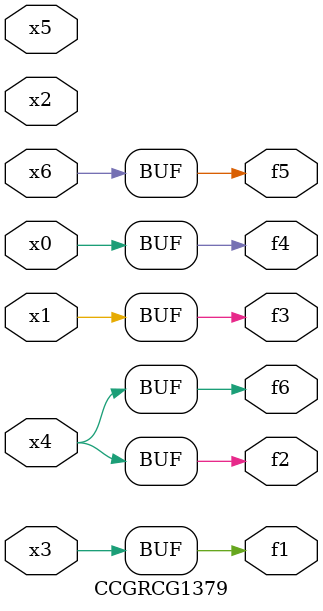
<source format=v>
module CCGRCG1379(
	input x0, x1, x2, x3, x4, x5, x6,
	output f1, f2, f3, f4, f5, f6
);
	assign f1 = x3;
	assign f2 = x4;
	assign f3 = x1;
	assign f4 = x0;
	assign f5 = x6;
	assign f6 = x4;
endmodule

</source>
